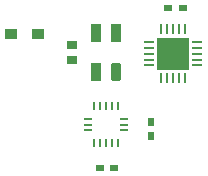
<source format=gbp>
G04 Layer_Color=16770453*
%FSLAX24Y24*%
%MOIN*%
G70*
G01*
G75*
%ADD15R,0.0394X0.0354*%
%ADD16O,0.0354X0.0098*%
%ADD17O,0.0098X0.0354*%
%ADD18R,0.1063X0.1063*%
%ADD19R,0.0354X0.0315*%
%ADD20R,0.0280X0.0240*%
%ADD21R,0.0240X0.0280*%
%ADD22O,0.0098X0.0276*%
%ADD23O,0.0276X0.0098*%
G04:AMPARAMS|DCode=24|XSize=63mil|YSize=33.5mil|CornerRadius=8.4mil|HoleSize=0mil|Usage=FLASHONLY|Rotation=90.000|XOffset=0mil|YOffset=0mil|HoleType=Round|Shape=RoundedRectangle|*
%AMROUNDEDRECTD24*
21,1,0.0630,0.0167,0,0,90.0*
21,1,0.0463,0.0335,0,0,90.0*
1,1,0.0167,0.0084,0.0231*
1,1,0.0167,0.0084,-0.0231*
1,1,0.0167,-0.0084,-0.0231*
1,1,0.0167,-0.0084,0.0231*
%
%ADD24ROUNDEDRECTD24*%
%ADD25R,0.0335X0.0630*%
D15*
X21358Y24252D02*
D03*
X20453D02*
D03*
D16*
X26673Y23976D02*
D03*
Y23780D02*
D03*
Y23583D02*
D03*
Y23386D02*
D03*
Y23189D02*
D03*
X25059D02*
D03*
Y23386D02*
D03*
Y23583D02*
D03*
Y23780D02*
D03*
Y23976D02*
D03*
D17*
X26260Y22776D02*
D03*
X26063D02*
D03*
X25866D02*
D03*
X25669D02*
D03*
X25472D02*
D03*
Y24390D02*
D03*
X25669D02*
D03*
X25866D02*
D03*
X26063D02*
D03*
X26260D02*
D03*
D18*
X25866Y23583D02*
D03*
D19*
X22480Y23868D02*
D03*
Y23376D02*
D03*
D20*
X23901Y19764D02*
D03*
X23421D02*
D03*
X26185Y25118D02*
D03*
X25705D02*
D03*
D21*
X25118Y20823D02*
D03*
Y21303D02*
D03*
D22*
X24016Y20610D02*
D03*
X23819D02*
D03*
X23622D02*
D03*
X23425D02*
D03*
X23228D02*
D03*
Y21831D02*
D03*
X23425D02*
D03*
X23622D02*
D03*
X23819D02*
D03*
X24016D02*
D03*
D23*
X23012Y21024D02*
D03*
Y21220D02*
D03*
Y21417D02*
D03*
X24232D02*
D03*
Y21220D02*
D03*
Y21024D02*
D03*
D24*
X23967Y22972D02*
D03*
D25*
X23278D02*
D03*
Y24272D02*
D03*
X23967D02*
D03*
M02*

</source>
